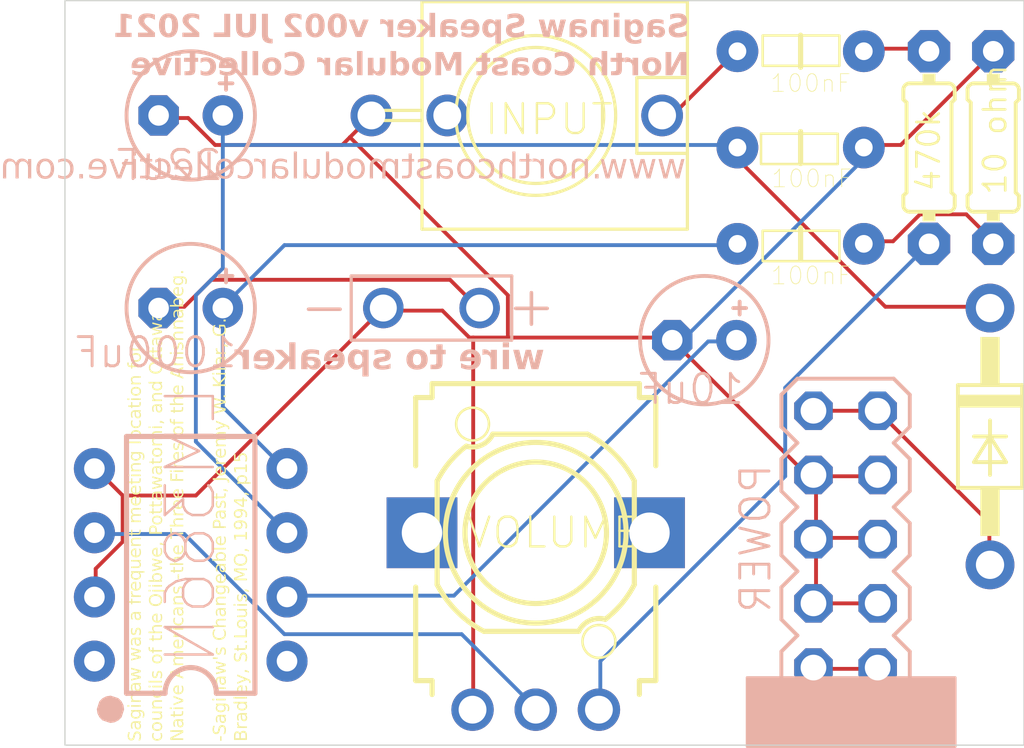
<source format=kicad_pcb>
(kicad_pcb (version 20221018) (generator pcbnew)
  (layers (0 "F.Cu" signal) (31 "B.Cu" signal) (34 "B.Paste" user) (35 "F.Paste" user) (36 "B.SilkS" user "B.Silkscreen") (37 "F.SilkS" user "F.Silkscreen") (38 "B.Mask" user) (39 "F.Mask" user) (44 "Edge.Cuts" user))
  (net 0 "")
  (net 1 "GND")
  (net 2 "N$14")
  (net 3 "N$18")
  (net 4 "V+")
  (net 5 "N$1")
  (net 6 "N$2")
  (net 7 "N$3")
  (net 8 "N$4")
  (net 9 "N$5")
  (net 10 "N$6")
  (net 11 "N$7")
  (net 12 "N$8")
  (footprint "speaker v.001:SPARKFUN_CAP-PTH-5MM" (layer "F.Cu") (at 158.9811 99.6836)
    (fp_text reference "C6" hide)
    (fp_text value "100nF" (at -1.2169 1.257772 180) (layer "F.SilkS") (effects (font (size 0.7 0.7) (thickness 0.029911)) (justify left)))
    (fp_line (start 0 -0.635) (end 0 0.635) (stroke (width 0.2032)) (layer "F.SilkS"))
    (pad "1" thru_hole circle (at -2.5 0) (size 1.651 1.651) (drill 0.7) (layers "*.Cu" "*.Mask") (net 10 "N$6"))
    (pad "2" thru_hole circle (at 2.5 0) (size 1.651 1.651) (drill 0.7) (layers "*.Cu" "*.Mask") (net 11 "N$7"))
  )
  (footprint "speaker v.001:DO41-10" (layer "F.Cu") (at 166.4741 107.3036 -90)
    (fp_text reference "D1" hide)
    (fp_text value "")
    (fp_line (start -2.032 -1.27) (end -2.032 1.27) (stroke (width 0.1524)) (layer "F.SilkS"))
    (fp_line (start -2.032 -1.27) (end 2.032 -1.27) (stroke (width 0.1524)) (layer "F.SilkS"))
    (fp_line (start -0.635 0) (end 0 0) (stroke (width 0.1524)) (layer "F.SilkS"))
    (fp_line (start 0 -0.635) (end 0 0) (stroke (width 0.1524)) (layer "F.SilkS"))
    (fp_line (start 0 0) (end 0 0.635) (stroke (width 0.1524)) (layer "F.SilkS"))
    (fp_line (start 0 0) (end 1.016 -0.635) (stroke (width 0.1524)) (layer "F.SilkS"))
    (fp_line (start 0 0) (end 1.524 0) (stroke (width 0.1524)) (layer "F.SilkS"))
    (fp_line (start 1.016 -0.635) (end 1.016 0.635) (stroke (width 0.1524)) (layer "F.SilkS"))
    (fp_line (start 1.016 0.635) (end 0 0) (stroke (width 0.1524)) (layer "F.SilkS"))
    (fp_line (start 2.032 1.27) (end -2.032 1.27) (stroke (width 0.1524)) (layer "F.SilkS"))
    (fp_line (start 2.032 1.27) (end 2.032 -1.27) (stroke (width 0.1524)) (layer "F.SilkS"))
    (fp_poly (pts (xy -3.937 0.381) (xy -2.032 0.381) (xy -2.032 -0.381) (xy -3.937 -0.381)) (fill solid) (layer "F.SilkS"))
    (fp_poly (pts (xy -1.651 1.27) (xy -1.143 1.27) (xy -1.143 -1.27) (xy -1.651 -1.27)) (fill solid) (layer "F.SilkS"))
    (fp_poly (pts (xy 2.032 0.381) (xy 3.937 0.381) (xy 3.937 -0.381) (xy 2.032 -0.381)) (fill solid) (layer "F.SilkS"))
    (pad "A" thru_hole circle (at 5.08 0 270) (size 1.9304 1.9304) (drill 1.1176) (layers "*.Cu" "*.Mask") (net 2 "N$14"))
    (pad "C" thru_hole circle (at -5.08 0 270) (size 1.9304 1.9304) (drill 1.1176) (layers "*.Cu" "*.Mask") (net 4 "V+"))
  )
  (footprint "speaker v.001:SPARKFUN_CAP-PTH-5MM" (layer "F.Cu") (at 158.9811 95.8736)
    (fp_text reference "C5" hide)
    (fp_text value "100nF" (at -1.194704 1.227882 180) (layer "F.SilkS") (effects (font (size 0.7 0.7) (thickness 0.029911)) (justify left)))
    (fp_line (start 0 -0.635) (end 0 0.635) (stroke (width 0.2032)) (layer "F.SilkS"))
    (pad "1" thru_hole circle (at -2.5 0) (size 1.651 1.651) (drill 0.7) (layers "*.Cu" "*.Mask") (net 4 "V+"))
    (pad "2" thru_hole circle (at 2.5 0) (size 1.651 1.651) (drill 0.7) (layers "*.Cu" "*.Mask") (net 1 "GND"))
  )
  (footprint "speaker v.001:0204_7" (layer "F.Cu") (at 164.0611 95.8736 90)
    (fp_text reference "R2" hide)
    (fp_text value "470k" (at -1.800341 -0.019801 90) (layer "F.SilkS") (effects (font (size 0.885993 0.885993) (thickness 0.104607)) (justify left)))
    (fp_line (start -2.54 0.762) (end -2.54 -0.762) (stroke (width 0.1524)) (layer "F.SilkS"))
    (fp_line (start -2.286 -1.016) (end -1.905 -1.016) (stroke (width 0.1524)) (layer "F.SilkS"))
    (fp_line (start -2.286 1.016) (end -1.905 1.016) (stroke (width 0.1524)) (layer "F.SilkS"))
    (fp_line (start -1.778 -0.889) (end -1.905 -1.016) (stroke (width 0.1524)) (layer "F.SilkS"))
    (fp_line (start -1.778 0.889) (end -1.905 1.016) (stroke (width 0.1524)) (layer "F.SilkS"))
    (fp_line (start 1.778 -0.889) (end -1.778 -0.889) (stroke (width 0.1524)) (layer "F.SilkS"))
    (fp_line (start 1.778 -0.889) (end 1.905 -1.016) (stroke (width 0.1524)) (layer "F.SilkS"))
    (fp_line (start 1.778 0.889) (end -1.778 0.889) (stroke (width 0.1524)) (layer "F.SilkS"))
    (fp_line (start 1.778 0.889) (end 1.905 1.016) (stroke (width 0.1524)) (layer "F.SilkS"))
    (fp_line (start 2.286 -1.016) (end 1.905 -1.016) (stroke (width 0.1524)) (layer "F.SilkS"))
    (fp_line (start 2.286 1.016) (end 1.905 1.016) (stroke (width 0.1524)) (layer "F.SilkS"))
    (fp_line (start 2.54 0.762) (end 2.54 -0.762) (stroke (width 0.1524)) (layer "F.SilkS"))
    (fp_arc (start -2.54 -0.762) (mid -2.465605 -0.941605) (end -2.286 -1.016) (stroke (width 0.1524)) (layer "F.SilkS"))
    (fp_arc (start -2.286 1.016) (mid -2.465605 0.941605) (end -2.54 0.762) (stroke (width 0.1524)) (layer "F.SilkS"))
    (fp_arc (start 2.286 -1.016) (mid 2.465605 -0.941605) (end 2.54 -0.762) (stroke (width 0.1524)) (layer "F.SilkS"))
    (fp_arc (start 2.54 0.762) (mid 2.465605 0.941605) (end 2.286 1.016) (stroke (width 0.1524)) (layer "F.SilkS"))
    (fp_poly (pts (xy -2.921 0.254) (xy -2.54 0.254) (xy -2.54 -0.254) (xy -2.921 -0.254)) (fill solid) (layer "F.SilkS"))
    (fp_poly (pts (xy 2.54 0.254) (xy 2.921 0.254) (xy 2.921 -0.254) (xy 2.54 -0.254)) (fill solid) (layer "F.SilkS"))
    (pad "1" thru_hole roundrect (at -3.81 0 90) (size 1.6764 1.6764) (drill 0.8128) (layers "*.Cu" "*.Mask") (chamfer_ratio 0.2928932188) (chamfer top_left top_right bottom_left bottom_right) (net 5 "N$1"))
    (pad "2" thru_hole roundrect (at 3.81 0 90) (size 1.6764 1.6764) (drill 0.8128) (layers "*.Cu" "*.Mask") (chamfer_ratio 0.2928932188) (chamfer top_left top_right bottom_left bottom_right) (net 7 "N$3"))
  )
  (footprint "speaker v.001:0204_7" (layer "F.Cu") (at 166.6011 95.8736 90)
    (fp_text reference "R1" hide)
    (fp_text value "10 ohm" (at -1.935195 0.069858 90) (layer "F.SilkS") (effects (font (size 0.885993 0.885993) (thickness 0.104607)) (justify left)))
    (fp_line (start -2.54 0.762) (end -2.54 -0.762) (stroke (width 0.1524)) (layer "F.SilkS"))
    (fp_line (start -2.286 -1.016) (end -1.905 -1.016) (stroke (width 0.1524)) (layer "F.SilkS"))
    (fp_line (start -2.286 1.016) (end -1.905 1.016) (stroke (width 0.1524)) (layer "F.SilkS"))
    (fp_line (start -1.778 -0.889) (end -1.905 -1.016) (stroke (width 0.1524)) (layer "F.SilkS"))
    (fp_line (start -1.778 0.889) (end -1.905 1.016) (stroke (width 0.1524)) (layer "F.SilkS"))
    (fp_line (start 1.778 -0.889) (end -1.778 -0.889) (stroke (width 0.1524)) (layer "F.SilkS"))
    (fp_line (start 1.778 -0.889) (end 1.905 -1.016) (stroke (width 0.1524)) (layer "F.SilkS"))
    (fp_line (start 1.778 0.889) (end -1.778 0.889) (stroke (width 0.1524)) (layer "F.SilkS"))
    (fp_line (start 1.778 0.889) (end 1.905 1.016) (stroke (width 0.1524)) (layer "F.SilkS"))
    (fp_line (start 2.286 -1.016) (end 1.905 -1.016) (stroke (width 0.1524)) (layer "F.SilkS"))
    (fp_line (start 2.286 1.016) (end 1.905 1.016) (stroke (width 0.1524)) (layer "F.SilkS"))
    (fp_line (start 2.54 0.762) (end 2.54 -0.762) (stroke (width 0.1524)) (layer "F.SilkS"))
    (fp_arc (start -2.54 -0.762) (mid -2.465605 -0.941605) (end -2.286 -1.016) (stroke (width 0.1524)) (layer "F.SilkS"))
    (fp_arc (start -2.286 1.016) (mid -2.465605 0.941605) (end -2.54 0.762) (stroke (width 0.1524)) (layer "F.SilkS"))
    (fp_arc (start 2.286 -1.016) (mid 2.465605 -0.941605) (end 2.54 -0.762) (stroke (width 0.1524)) (layer "F.SilkS"))
    (fp_arc (start 2.54 0.762) (mid 2.465605 0.941605) (end 2.286 1.016) (stroke (width 0.1524)) (layer "F.SilkS"))
    (fp_poly (pts (xy -2.921 0.254) (xy -2.54 0.254) (xy -2.54 -0.254) (xy -2.921 -0.254)) (fill solid) (layer "F.SilkS"))
    (fp_poly (pts (xy 2.54 0.254) (xy 2.921 0.254) (xy 2.921 -0.254) (xy 2.54 -0.254)) (fill solid) (layer "F.SilkS"))
    (pad "1" thru_hole roundrect (at -3.81 0 90) (size 1.6764 1.6764) (drill 0.8128) (layers "*.Cu" "*.Mask") (chamfer_ratio 0.2928932188) (chamfer top_left top_right bottom_left bottom_right) (net 11 "N$7"))
    (pad "2" thru_hole roundrect (at 3.81 0 90) (size 1.6764 1.6764) (drill 0.8128) (layers "*.Cu" "*.Mask") (chamfer_ratio 0.2928932188) (chamfer top_left top_right bottom_left bottom_right) (net 1 "GND"))
  )
  (footprint "speaker v.001:WQP-PJ301M-12_JACK" (layer "F.Cu") (at 148.5011 94.6036 -90)
    (fp_text reference "INPUT" (at 0.154015 2.08684) (layer "F.SilkS") (effects (font (size 1.176528 1.176528) (thickness 0.093472)) (justify left)))
    (fp_text value "WQP-PJ301M-12_JACK" hide)
    (fp_line (start -4.5 -6) (end -4.5 4.5) (stroke (width 0.127)) (layer "F.SilkS"))
    (fp_line (start -4.5 -6) (end -1.5 -6) (stroke (width 0.127)) (layer "F.SilkS"))
    (fp_line (start -4.5 4.5) (end 0.2 4.5) (stroke (width 0.127)) (layer "F.SilkS"))
    (fp_line (start -1.5 -6) (end -1.5 -4) (stroke (width 0.127)) (layer "F.SilkS"))
    (fp_line (start -1.5 -6) (end 1.5 -6) (stroke (width 0.127)) (layer "F.SilkS"))
    (fp_line (start -1.5 -4) (end 1.5 -4) (stroke (width 0.127)) (layer "F.SilkS"))
    (fp_line (start -0.2 4.6) (end -0.2 6.7) (stroke (width 0.127)) (layer "F.SilkS"))
    (fp_line (start -0.2 6.7) (end 0.2 6.7) (stroke (width 0.127)) (layer "F.SilkS"))
    (fp_line (start 0.2 4.5) (end 4.5 4.5) (stroke (width 0.127)) (layer "F.SilkS"))
    (fp_line (start 0.2 6.7) (end 0.2 4.5) (stroke (width 0.127)) (layer "F.SilkS"))
    (fp_line (start 1.5 -6) (end 4.5 -6) (stroke (width 0.127)) (layer "F.SilkS"))
    (fp_line (start 1.5 -4) (end 1.5 -6) (stroke (width 0.127)) (layer "F.SilkS"))
    (fp_line (start 4.5 4.5) (end 4.5 -6) (stroke (width 0.127)) (layer "F.SilkS"))
    (fp_circle (center 0 0) (end 2.690721 0) (stroke (width 0.127)) (fill none) (layer "F.SilkS"))
    (fp_circle (center 0 0) (end 3.162275 0) (stroke (width 0.127)) (fill none) (layer "F.SilkS"))
    (pad "P$1" thru_hole circle (at 0 -5 270) (size 1.65 1.65) (drill 1.1) (layers "*.Cu" "*.Mask") (net 6 "N$2"))
    (pad "P$2" thru_hole circle (at 0 3.5 270) (size 1.65 1.65) (drill 1.1) (layers "*.Cu" "*.Mask"))
    (pad "P$3" thru_hole circle (at 0 6.5 270) (size 1.65 1.65) (drill 1.1) (layers "*.Cu" "*.Mask") (net 1 "GND"))
  )
  (footprint "speaker v.001:SPARKFUN_CAP-PTH-5MM" (layer "F.Cu") (at 158.9811 92.0636)
    (fp_text reference "C7" hide)
    (fp_text value "100nF" (at -1.239096 1.26458 180) (layer "F.SilkS") (effects (font (size 0.7 0.7) (thickness 0.029911)) (justify left)))
    (fp_line (start 0 -0.635) (end 0 0.635) (stroke (width 0.2032)) (layer "F.SilkS"))
    (pad "1" thru_hole circle (at -2.5 0) (size 1.651 1.651) (drill 0.7) (layers "*.Cu" "*.Mask") (net 6 "N$2"))
    (pad "2" thru_hole circle (at 2.5 0) (size 1.651 1.651) (drill 0.7) (layers "*.Cu" "*.Mask") (net 7 "N$3"))
  )
  (footprint "speaker v.001:EVUFXL" (layer "F.Cu") (at 148.5011 111.1136)
    (fp_text reference "VOLUME" (at -2.8 0) (layer "F.SilkS") (effects (font (size 1.176528 1.176528) (thickness 0.093472)) (justify left)))
    (fp_text value "b10k")
    (fp_line (start -4.75 -2.65) (end -4.75 -5.35) (stroke (width 0.2032)) (layer "F.SilkS"))
    (fp_line (start -4.75 5.85) (end -4.75 2.15) (stroke (width 0.2032)) (layer "F.SilkS"))
    (fp_line (start -4.75 5.85) (end -4.1 5.85) (stroke (width 0.2032)) (layer "F.SilkS"))
    (fp_line (start -4.1 -5.9) (end -4.1 -5.35) (stroke (width 0.2032)) (layer "F.SilkS"))
    (fp_line (start -4.1 -5.9) (end 4.1 -5.9) (stroke (width 0.2032)) (layer "F.SilkS"))
    (fp_line (start -4.1 -5.35) (end -4.75 -5.35) (stroke (width 0.2032)) (layer "F.SilkS"))
    (fp_line (start -4.1 5.85) (end -4.1 6.4) (stroke (width 0.2032)) (layer "F.SilkS"))
    (fp_line (start -3.9 -2.05) (end -3.9 2.05) (stroke (width 0.2032)) (layer "F.SilkS"))
    (fp_line (start -1.7 -3.9) (end 2.05 -3.9) (stroke (width 0.2032)) (layer "F.SilkS"))
    (fp_line (start 1.7 3.9) (end -2.05 3.9) (stroke (width 0.2032)) (layer "F.SilkS"))
    (fp_line (start 3.9 2.05) (end 3.9 -2.05) (stroke (width 0.2032)) (layer "F.SilkS"))
    (fp_line (start 4.1 -5.35) (end 4.1 -5.9) (stroke (width 0.2032)) (layer "F.SilkS"))
    (fp_line (start 4.1 5.85) (end 4.75 5.85) (stroke (width 0.2032)) (layer "F.SilkS"))
    (fp_line (start 4.1 6.4) (end 4.1 5.85) (stroke (width 0.2032)) (layer "F.SilkS"))
    (fp_line (start 4.75 -5.35) (end 4.1 -5.35) (stroke (width 0.2032)) (layer "F.SilkS"))
    (fp_line (start 4.75 -5.35) (end 4.75 -2.65) (stroke (width 0.2032)) (layer "F.SilkS"))
    (fp_line (start 4.75 2.15) (end 4.75 5.85) (stroke (width 0.2032)) (layer "F.SilkS"))
    (fp_arc (start -3.9 -2.05) (mid -3.402413 -2.802246) (end -2.75 -3.425) (stroke (width 0.2032)) (layer "F.SilkS"))
    (fp_arc (start -2.05 3.9) (mid -3.115486 3.115486) (end -3.9 2.05) (stroke (width 0.2032)) (layer "F.SilkS"))
    (fp_arc (start -1.700001 -3.899999) (mid -2.138487 -3.471258) (end -2.75 -3.425) (stroke (width 0.2032)) (layer "F.SilkS"))
    (fp_arc (start 1.700001 3.899999) (mid 2.138487 3.471258) (end 2.75 3.425) (stroke (width 0.2032)) (layer "F.SilkS"))
    (fp_arc (start 2.05 -3.9) (mid 3.115486 -3.115486) (end 3.9 -2.05) (stroke (width 0.2032)) (layer "F.SilkS"))
    (fp_arc (start 3.9 2.05) (mid 3.402413 2.802246) (end 2.75 3.425) (stroke (width 0.2032)) (layer "F.SilkS"))
    (fp_circle (center -2.5 -4.3) (end -1.85 -4.3) (stroke (width 0.1016)) (fill none) (layer "F.SilkS"))
    (fp_circle (center 0 0) (end 2.8 0) (stroke (width 0.2032)) (fill none) (layer "F.SilkS"))
    (fp_circle (center 0 0) (end 3.575 0) (stroke (width 0.2032)) (fill none) (layer "F.SilkS"))
    (fp_circle (center 2.5 4.3) (end 3.15 4.3) (stroke (width 0.1016)) (fill none) (layer "F.SilkS"))
    (pad "1" thru_hole circle (at -2.5 7 270) (size 1.6764 1.6764) (drill 1.1) (layers "*.Cu" "*.Mask") (net 1 "GND"))
    (pad "2" thru_hole circle (at 0 7 270) (size 1.6764 1.6764) (drill 1.1) (layers "*.Cu" "*.Mask") (net 8 "N$4"))
    (pad "3" thru_hole circle (at 2.5 7 270) (size 1.6764 1.6764) (drill 1.1) (layers "*.Cu" "*.Mask") (net 5 "N$1"))
    (pad "M1" thru_hole rect (at 4.5 0 270) (size 2.8 2.8) (drill 1.6) (layers "*.Cu" "*.Mask"))
    (pad "M2" thru_hole rect (at -4.5 0 270) (size 2.8 2.8) (drill 1.6) (layers "*.Cu" "*.Mask"))
  )
  (footprint "speaker v.001:MA05-2" (layer "B.Cu") (at 160.7591 111.3676 90)
    (fp_text reference "POWER" (at 3.046697 -3.560682 90) (layer "B.SilkS") (effects (font (size 1.1557 1.1557) (thickness 0.1143)) (justify left mirror)))
    (fp_text value "")
    (fp_line (start -6.35 -1.905) (end -5.715 -2.54) (stroke (width 0.1524)) (layer "B.SilkS"))
    (fp_line (start -6.35 1.905) (end -6.35 -1.905) (stroke (width 0.1524)) (layer "B.SilkS"))
    (fp_line (start -5.715 2.54) (end -6.35 1.905) (stroke (width 0.1524)) (layer "B.SilkS"))
    (fp_line (start -5.715 2.54) (end -4.445 2.54) (stroke (width 0.1524)) (layer "B.SilkS"))
    (fp_line (start -4.445 -2.54) (end -5.715 -2.54) (stroke (width 0.1524)) (layer "B.SilkS"))
    (fp_line (start -4.445 2.54) (end -3.81 1.905) (stroke (width 0.1524)) (layer "B.SilkS"))
    (fp_line (start -3.81 -1.905) (end -4.445 -2.54) (stroke (width 0.1524)) (layer "B.SilkS"))
    (fp_line (start -3.81 1.905) (end -3.175 2.54) (stroke (width 0.1524)) (layer "B.SilkS"))
    (fp_line (start -3.175 -2.54) (end -3.81 -1.905) (stroke (width 0.1524)) (layer "B.SilkS"))
    (fp_line (start -3.175 2.54) (end -1.905 2.54) (stroke (width 0.1524)) (layer "B.SilkS"))
    (fp_line (start -1.905 -2.54) (end -3.175 -2.54) (stroke (width 0.1524)) (layer "B.SilkS"))
    (fp_line (start -1.905 2.54) (end -1.27 1.905) (stroke (width 0.1524)) (layer "B.SilkS"))
    (fp_line (start -1.27 -1.905) (end -1.905 -2.54) (stroke (width 0.1524)) (layer "B.SilkS"))
    (fp_line (start -1.27 1.905) (end -0.635 2.54) (stroke (width 0.1524)) (layer "B.SilkS"))
    (fp_line (start -0.635 -2.54) (end -1.27 -1.905) (stroke (width 0.1524)) (layer "B.SilkS"))
    (fp_line (start -0.635 2.54) (end 0.635 2.54) (stroke (width 0.1524)) (layer "B.SilkS"))
    (fp_line (start 0.635 -2.54) (end -0.635 -2.54) (stroke (width 0.1524)) (layer "B.SilkS"))
    (fp_line (start 0.635 2.54) (end 1.27 1.905) (stroke (width 0.1524)) (layer "B.SilkS"))
    (fp_line (start 1.27 -1.905) (end 0.635 -2.54) (stroke (width 0.1524)) (layer "B.SilkS"))
    (fp_line (start 1.27 -1.905) (end 1.905 -2.54) (stroke (width 0.1524)) (layer "B.SilkS"))
    (fp_line (start 1.905 2.54) (end 1.27 1.905) (stroke (width 0.1524)) (layer "B.SilkS"))
    (fp_line (start 1.905 2.54) (end 3.175 2.54) (stroke (width 0.1524)) (layer "B.SilkS"))
    (fp_line (start 3.175 -2.54) (end 1.905 -2.54) (stroke (width 0.1524)) (layer "B.SilkS"))
    (fp_line (start 3.175 2.54) (end 3.81 1.905) (stroke (width 0.1524)) (layer "B.SilkS"))
    (fp_line (start 3.81 -1.905) (end 3.175 -2.54) (stroke (width 0.1524)) (layer "B.SilkS"))
    (fp_line (start 3.81 1.905) (end 4.445 2.54) (stroke (width 0.1524)) (layer "B.SilkS"))
    (fp_line (start 4.445 -2.54) (end 3.81 -1.905) (stroke (width 0.1524)) (layer "B.SilkS"))
    (fp_line (start 4.445 2.54) (end 5.715 2.54) (stroke (width 0.1524)) (layer "B.SilkS"))
    (fp_line (start 5.715 -2.54) (end 4.445 -2.54) (stroke (width 0.1524)) (layer "B.SilkS"))
    (fp_line (start 5.715 2.54) (end 6.35 1.905) (stroke (width 0.1524)) (layer "B.SilkS"))
    (fp_line (start 6.35 -1.905) (end 5.715 -2.54) (stroke (width 0.1524)) (layer "B.SilkS"))
    (fp_line (start 6.35 1.905) (end 6.35 -1.905) (stroke (width 0.1524)) (layer "B.SilkS"))
    (pad "1" thru_hole roundrect (at -5.08 -1.27 90) (size 1.524 1.524) (drill 1.016) (layers "*.Cu" "*.Mask") (chamfer_ratio 0.2928932188) (chamfer top_left top_right bottom_left bottom_right) (net 3 "N$18"))
    (pad "2" thru_hole roundrect (at -5.08 1.27 90) (size 1.524 1.524) (drill 1.016) (layers "*.Cu" "*.Mask") (chamfer_ratio 0.2928932188) (chamfer top_left top_right bottom_left bottom_right) (net 3 "N$18"))
    (pad "3" thru_hole roundrect (at -2.54 -1.27 90) (size 1.524 1.524) (drill 1.016) (layers "*.Cu" "*.Mask") (chamfer_ratio 0.2928932188) (chamfer top_left top_right bottom_left bottom_right) (net 1 "GND"))
    (pad "4" thru_hole roundrect (at -2.54 1.27 90) (size 1.524 1.524) (drill 1.016) (layers "*.Cu" "*.Mask") (chamfer_ratio 0.2928932188) (chamfer top_left top_right bottom_left bottom_right) (net 1 "GND"))
    (pad "5" thru_hole roundrect (at 0 -1.27 90) (size 1.524 1.524) (drill 1.016) (layers "*.Cu" "*.Mask") (chamfer_ratio 0.2928932188) (chamfer top_left top_right bottom_left bottom_right) (net 1 "GND"))
    (pad "6" thru_hole roundrect (at 0 1.27 90) (size 1.524 1.524) (drill 1.016) (layers "*.Cu" "*.Mask") (chamfer_ratio 0.2928932188) (chamfer top_left top_right bottom_left bottom_right) (net 1 "GND"))
    (pad "7" thru_hole roundrect (at 2.54 -1.27 90) (size 1.524 1.524) (drill 1.016) (layers "*.Cu" "*.Mask") (chamfer_ratio 0.2928932188) (chamfer top_left top_right bottom_left bottom_right) (net 1 "GND"))
    (pad "8" thru_hole roundrect (at 2.54 1.27 90) (size 1.524 1.524) (drill 1.016) (layers "*.Cu" "*.Mask") (chamfer_ratio 0.2928932188) (chamfer top_left top_right bottom_left bottom_right) (net 1 "GND"))
    (pad "9" thru_hole roundrect (at 5.08 -1.27 90) (size 1.524 1.524) (drill 1.016) (layers "*.Cu" "*.Mask") (chamfer_ratio 0.2928932188) (chamfer top_left top_right bottom_left bottom_right) (net 2 "N$14"))
    (pad "10" thru_hole roundrect (at 5.08 1.27 90) (size 1.524 1.524) (drill 1.016) (layers "*.Cu" "*.Mask") (chamfer_ratio 0.2928932188) (chamfer top_left top_right bottom_left bottom_right) (net 2 "N$14"))
  )
  (footprint "speaker v.001:1X02_BIG" (layer "B.Cu") (at 146.2811 102.2236 180)
    (fp_text reference "SPEAKER0" hide)
    (fp_text value "" hide)
    (fp_line (start -1.27 -1.27) (end 5.08 -1.27) (stroke (width 0.127)) (layer "B.SilkS"))
    (fp_line (start -1.27 1.27) (end -1.27 -1.27) (stroke (width 0.127)) (layer "B.SilkS"))
    (fp_line (start 5.08 -1.27) (end 5.08 1.27) (stroke (width 0.127)) (layer "B.SilkS"))
    (fp_line (start 5.08 1.27) (end -1.27 1.27) (stroke (width 0.127)) (layer "B.SilkS"))
    (pad "P$1" thru_hole circle (at 0 0 180) (size 1.6002 1.6002) (drill 1.0668) (layers "*.Cu" "*.Mask") (net 12 "N$8"))
    (pad "P$2" thru_hole circle (at 3.81 0 180) (size 1.6002 1.6002) (drill 1.0668) (layers "*.Cu" "*.Mask") (net 1 "GND"))
  )
  (footprint "speaker v.001:E2,5-5" (layer "B.Cu") (at 134.8511 94.6036 180)
    (fp_text reference "C2" hide)
    (fp_text value "22uF" (at -1.316061 -1.969008) (layer "B.SilkS") (effects (font (size 1.1557 1.1557) (thickness 0.1143)) (justify left mirror)))
    (fp_line (start -1.651 1.27) (end -1.397 1.27) (stroke (width 0.1524)) (layer "B.SilkS"))
    (fp_line (start -1.397 1.016) (end -1.397 1.27) (stroke (width 0.1524)) (layer "B.SilkS"))
    (fp_line (start -1.397 1.27) (end -1.397 1.524) (stroke (width 0.1524)) (layer "B.SilkS"))
    (fp_line (start -1.397 1.27) (end -1.143 1.27) (stroke (width 0.1524)) (layer "B.SilkS"))
    (fp_circle (center 0 0) (end 2.54 0) (stroke (width 0.1524)) (fill none) (layer "B.SilkS"))
    (pad "+" thru_hole circle (at -1.27 0 180) (size 1.6002 1.6002) (drill 0.8128) (layers "*.Cu" "*.Mask") (net 4 "V+"))
    (pad "-" thru_hole roundrect (at 1.27 0 180) (size 1.6002 1.6002) (drill 0.8128) (layers "*.Cu" "*.Mask") (chamfer_ratio 0.2928932188) (chamfer top_left top_right bottom_left bottom_right) (net 1 "GND"))
  )
  (footprint "speaker v.001:DIP08" (layer "B.Cu") (at 134.8511 112.3836 90)
    (fp_text reference "U1" hide)
    (fp_text value "LM386N" (at -4.064 0 90) (layer "B.SilkS") (effects (font (size 1.9 1.9) (thickness 0.097536)) (justify right mirror)))
    (fp_line (start -5.08 -2.54) (end -5.08 -1.016) (stroke (width 0.2032)) (layer "B.SilkS"))
    (fp_line (start -5.08 -2.54) (end 5.08 -2.54) (stroke (width 0.2032)) (layer "B.SilkS"))
    (fp_line (start -5.08 2.54) (end -5.08 1.016) (stroke (width 0.2032)) (layer "B.SilkS"))
    (fp_line (start 5.08 2.54) (end -5.08 2.54) (stroke (width 0.2032)) (layer "B.SilkS"))
    (fp_line (start 5.08 2.54) (end 5.08 -2.54) (stroke (width 0.2032)) (layer "B.SilkS"))
    (fp_arc (start -5.08 -1.016) (mid -4.064 0) (end -5.08 1.016) (stroke (width 0.2032)) (layer "B.SilkS"))
    (fp_poly (pts (xy -5.547964 -2.660914) (xy -5.397277 -2.737693) (xy -5.274025 -2.860946) (xy -5.173647 -3.169876) (xy -5.200914 -3.342036) (xy -5.277693 -3.492723) (xy -5.400946 -3.615975) (xy -5.709876 -3.716353) (xy -5.882036 -3.689086) (xy -6.032723 -3.612307) (xy -6.155975 -3.489054) (xy -6.256353 -3.180124) (xy -6.229086 -3.007964) (xy -6.152307 -2.857277) (xy -6.029054 -2.734025) (xy -5.720124 -2.633647)) (fill solid) (layer "B.SilkS"))
    (pad "1" thru_hole circle (at -3.81 -3.81) (size 1.6256 1.6256) (drill 0.8128) (layers "*.Cu" "*.Mask"))
    (pad "2" thru_hole circle (at -1.27 -3.81) (size 1.6256 1.6256) (drill 0.8128) (layers "*.Cu" "*.Mask") (net 1 "GND"))
    (pad "3" thru_hole circle (at 1.27 -3.81) (size 1.6256 1.6256) (drill 0.8128) (layers "*.Cu" "*.Mask") (net 8 "N$4"))
    (pad "4" thru_hole circle (at 3.81 -3.81) (size 1.6256 1.6256) (drill 0.8128) (layers "*.Cu" "*.Mask") (net 1 "GND"))
    (pad "5" thru_hole circle (at 3.81 3.81) (size 1.6256 1.6256) (drill 0.8128) (layers "*.Cu" "*.Mask") (net 10 "N$6"))
    (pad "6" thru_hole circle (at 1.27 3.81) (size 1.6256 1.6256) (drill 0.8128) (layers "*.Cu" "*.Mask") (net 4 "V+"))
    (pad "7" thru_hole circle (at -1.27 3.81) (size 1.6256 1.6256) (drill 0.8128) (layers "*.Cu" "*.Mask") (net 9 "N$5"))
    (pad "8" thru_hole circle (at -3.81 3.81) (size 1.6256 1.6256) (drill 0.8128) (layers "*.Cu" "*.Mask"))
  )
  (footprint "speaker v.001:E2,5-5" (layer "B.Cu") (at 155.1711 103.4936 180)
    (fp_text reference "C3" hide)
    (fp_text value "10uF" (at -1.656904 -1.939163) (layer "B.SilkS") (effects (font (size 1.1557 1.1557) (thickness 0.1143)) (justify left mirror)))
    (fp_line (start -1.651 1.27) (end -1.397 1.27) (stroke (width 0.1524)) (layer "B.SilkS"))
    (fp_line (start -1.397 1.016) (end -1.397 1.27) (stroke (width 0.1524)) (layer "B.SilkS"))
    (fp_line (start -1.397 1.27) (end -1.397 1.524) (stroke (width 0.1524)) (layer "B.SilkS"))
    (fp_line (start -1.397 1.27) (end -1.143 1.27) (stroke (width 0.1524)) (layer "B.SilkS"))
    (fp_circle (center 0 0) (end 2.54 0) (stroke (width 0.1524)) (fill none) (layer "B.SilkS"))
    (pad "+" thru_hole circle (at -1.27 0 180) (size 1.6002 1.6002) (drill 0.8128) (layers "*.Cu" "*.Mask") (net 9 "N$5"))
    (pad "-" thru_hole roundrect (at 1.27 0 180) (size 1.6002 1.6002) (drill 0.8128) (layers "*.Cu" "*.Mask") (chamfer_ratio 0.2928932188) (chamfer top_left top_right bottom_left bottom_right) (net 1 "GND"))
  )
  (footprint "speaker v.001:E2,5-5" (layer "B.Cu") (at 134.8511 102.2236 180)
    (fp_text reference "C4" hide)
    (fp_text value "1000uF" (at -1.89767 -1.756402) (layer "B.SilkS") (effects (font (size 1.1557 1.1557) (thickness 0.1143)) (justify left mirror)))
    (fp_line (start -1.651 1.27) (end -1.397 1.27) (stroke (width 0.1524)) (layer "B.SilkS"))
    (fp_line (start -1.397 1.016) (end -1.397 1.27) (stroke (width 0.1524)) (layer "B.SilkS"))
    (fp_line (start -1.397 1.27) (end -1.397 1.524) (stroke (width 0.1524)) (layer "B.SilkS"))
    (fp_line (start -1.397 1.27) (end -1.143 1.27) (stroke (width 0.1524)) (layer "B.SilkS"))
    (fp_circle (center 0 0) (end 2.54 0) (stroke (width 0.1524)) (fill none) (layer "B.SilkS"))
    (pad "+" thru_hole circle (at -1.27 0 180) (size 1.6002 1.6002) (drill 0.8128) (layers "*.Cu" "*.Mask") (net 10 "N$6"))
    (pad "-" thru_hole roundrect (at 1.27 0 180) (size 1.6002 1.6002) (drill 0.8128) (layers "*.Cu" "*.Mask") (chamfer_ratio 0.2928932188) (chamfer top_left top_right bottom_left bottom_right) (net 12 "N$8"))
  )
  (gr_rect (start 156.86094 116.84) (end 165.1 119.577178) (stroke (width 0.1)) (fill solid) (layer "B.SilkS"))
  (gr_rect (start 157.48 91.44) (end 160.516491 92.640108) (stroke (width 0.1)) (fill none) (layer "F.SilkS"))
  (gr_rect (start 157.48 99.1657) (end 160.516491 100.365808) (stroke (width 0.1)) (fill none) (layer "F.SilkS"))
  (gr_rect (start 157.413412 95.325811) (end 160.449903 96.525919) (stroke (width 0.1)) (fill none) (layer "F.SilkS"))
  (gr_rect (start 129.875384 90.061119) (end 167.816638 119.516683) (stroke (width 0.05)) (fill none) (layer "Edge.Cuts"))
  (gr_text "wire to speaker" (at 148.852866 104.811308) (layer "B.SilkS") (effects (font (size 1 1) (thickness 0.149555) bold) (justify left bottom mirror)))
  (gr_text "+" (at 149.436397 103.067835) (layer "B.SilkS") (effects (font (size 1.63576 1.63576) (thickness 0.14224)) (justify left bottom mirror)))
  (gr_text "Saginaw Speaker v002 JUL 2021\nNorth Coast Modular Collective" (at 154.577184 90.600293) (layer "B.SilkS") (effects (font (size 0.9 0.9) (thickness 0.149555) bold) (justify left top mirror)))
  (gr_text "www.northcoastmodularcollective.com" (at 154.443901 97.264448) (layer "B.SilkS") (effects (font (size 1 1) (thickness 0.1)) (justify left bottom mirror)))
  (gr_text "-" (at 141.242833 103.101521) (layer "B.SilkS") (effects (font (size 1.63576 1.63576) (thickness 0.14224)) (justify left bottom mirror)))
  (gr_text "Saginaw was a frequent meeting location for \ncouncils of the Ojibwe, Pottawatomi, and Ottawa \nNative Americans -the Three Fires of the Anishnabeg.\n\n-Saginaw's Changeable Past, Jeremy W. Kilar, G. \nBradley, St.Louis, MO, 1994, p15" (at 137.16 119.38 90) (layer "F.SilkS") (effects (font (size 0.5 0.5) (thickness 0.1)) (justify left bottom)))
  (segment (start 131.0919 108.5736) (end 132.1587 109.6404) (width 0.1524) (layer "F.Cu") (net 1))
  (segment (start 159.5907 108.8784) (end 159.4891 108.8276) (width 0.1524) (layer "F.Cu") (net 1))
  (segment (start 146.0271 103.392) (end 145.8747 103.392) (width 0.1524) (layer "F.Cu") (net 1))
  (segment (start 131.0919 108.5736) (end 131.0411 108.5736) (width 0.1524) (layer "F.Cu") (net 1))
  (segment (start 159.5907 113.9076) (end 162.0291 113.9076) (width 0.1524) (layer "F.Cu") (net 1))
  (segment (start 159.5907 111.3168) (end 159.4891 111.3676) (width 0.1524) (layer "F.Cu") (net 1))
  (segment (start 142.4711 102.2236) (end 135.0543 109.6404) (width 0.1524) (layer "F.Cu") (net 1))
  (segment (start 146.0271 118.0224) (end 146.0011 118.1136) (width 0.1524) (layer "F.Cu") (net 1))
  (segment (start 134.7495 94.7052) (end 133.6827 94.7052) (width 0.1524) (layer "F.Cu") (net 1))
  (segment (start 131.0919 113.6028) (end 131.0411 113.6536) (width 0.1524) (layer "F.Cu") (net 1))
  (segment (start 159.5907 111.4692) (end 159.4891 111.3676) (width 0.1524) (layer "F.Cu") (net 1))
  (segment (start 135.8163 95.772) (end 134.7495 94.7052) (width 0.1524) (layer "F.Cu") (net 1))
  (segment (start 141.9123 94.7052) (end 141.1503 95.4672) (width 0.1524) (layer "F.Cu") (net 1))
  (segment (start 159.5907 111.3168) (end 162.0291 111.3168) (width 0.1524) (layer "F.Cu") (net 1))
  (segment (start 147.3987 103.392) (end 147.3987 101.7156) (width 0.1524) (layer "F.Cu") (net 1))
  (segment (start 146.0271 103.392) (end 146.0271 118.0224) (width 0.1524) (layer "F.Cu") (net 1))
  (segment (start 135.0543 109.6404) (end 132.1587 109.6404) (width 0.1524) (layer "F.Cu") (net 1))
  (segment (start 132.1587 109.6404) (end 132.1587 111.4692) (width 0.1524) (layer "F.Cu") (net 1))
  (segment (start 162.0291 108.8784) (end 162.0291 108.8276) (width 0.1524) (layer "F.Cu") (net 1))
  (segment (start 159.5907 111.3168) (end 159.5907 108.8784) (width 0.1524) (layer "F.Cu") (net 1))
  (segment (start 159.5907 113.9076) (end 159.4891 113.9076) (width 0.1524) (layer "F.Cu") (net 1))
  (segment (start 133.6827 94.7052) (end 133.5811 94.6036) (width 0.1524) (layer "F.Cu") (net 1))
  (segment (start 142.5219 102.3252) (end 142.4711 102.2236) (width 0.1524) (layer "F.Cu") (net 1))
  (segment (start 144.8079 102.3252) (end 142.5219 102.3252) (width 0.1524) (layer "F.Cu") (net 1))
  (segment (start 132.1587 111.4692) (end 131.0919 112.536) (width 0.1524) (layer "F.Cu") (net 1))
  (segment (start 161.5719 95.772) (end 161.4811 95.8736) (width 0.1524) (layer "F.Cu") (net 1))
  (segment (start 162.9435 95.772) (end 161.5719 95.772) (width 0.1524) (layer "F.Cu") (net 1))
  (segment (start 159.5907 111.4692) (end 159.5907 113.9076) (width 0.1524) (layer "F.Cu") (net 1))
  (segment (start 162.0291 108.8784) (end 159.5907 108.8784) (width 0.1524) (layer "F.Cu") (net 1))
  (segment (start 147.3987 101.7156) (end 141.1503 95.4672) (width 0.1524) (layer "F.Cu") (net 1))
  (segment (start 153.7995 103.392) (end 147.3987 103.392) (width 0.1524) (layer "F.Cu") (net 1))
  (segment (start 145.8747 103.392) (end 144.8079 102.3252) (width 0.1524) (layer "F.Cu") (net 1))
  (segment (start 159.1335 108.726) (end 159.4383 108.726) (width 0.1524) (layer "F.Cu") (net 1))
  (segment (start 159.4383 108.726) (end 159.4891 108.8276) (width 0.1524) (layer "F.Cu") (net 1))
  (segment (start 162.0291 111.3168) (end 162.0291 111.3676) (width 0.1524) (layer "F.Cu") (net 1))
  (segment (start 153.7995 103.392) (end 153.9011 103.4936) (width 0.1524) (layer "F.Cu") (net 1))
  (segment (start 153.9011 103.4936) (end 159.1335 108.726) (width 0.1524) (layer "F.Cu") (net 1))
  (segment (start 140.8455 95.772) (end 135.8163 95.772) (width 0.1524) (layer "F.Cu") (net 1))
  (segment (start 141.1503 95.4672) (end 140.8455 95.772) (width 0.1524) (layer "F.Cu") (net 1))
  (segment (start 131.0919 112.536) (end 131.0919 113.6028) (width 0.1524) (layer "F.Cu") (net 1))
  (segment (start 147.3987 103.392) (end 146.0271 103.392) (width 0.1524) (layer "F.Cu") (net 1))
  (segment (start 166.6011 92.1144) (end 166.6011 92.0636) (width 0.1524) (layer "F.Cu") (net 1))
  (segment (start 141.9123 94.7052) (end 142.0011 94.6036) (width 0.1524) (layer "F.Cu") (net 1))
  (segment (start 166.6011 92.1144) (end 162.9435 95.772) (width 0.1524) (layer "F.Cu") (net 1))
  (segment (start 153.9519 103.392) (end 153.9011 103.4936) (width 0.1524) (layer "B.Cu") (net 1))
  (segment (start 161.4195 96.3816) (end 161.4195 95.9244) (width 0.1524) (layer "B.Cu") (net 1))
  (segment (start 161.4195 95.9244) (end 161.4811 95.8736) (width 0.1524) (layer "B.Cu") (net 1))
  (segment (start 154.4091 103.392) (end 161.4195 96.3816) (width 0.1524) (layer "B.Cu") (net 1))
  (segment (start 153.9519 103.392) (end 154.4091 103.392) (width 0.1524) (layer "B.Cu") (net 1))
  (segment (start 166.4487 112.3836) (end 166.4741 112.3836) (width 0.1524) (layer "F.Cu") (net 2))
  (segment (start 162.0291 106.2876) (end 166.4487 110.7072) (width 0.1524) (layer "F.Cu") (net 2))
  (segment (start 166.4487 110.7072) (end 166.4487 112.3836) (width 0.1524) (layer "F.Cu") (net 2))
  (segment (start 162.0291 106.2876) (end 159.4891 106.2876) (width 0.1524) (layer "F.Cu") (net 2))
  (segment (start 162.0291 116.4984) (end 159.5907 116.4984) (width 0.1524) (layer "F.Cu") (net 3))
  (segment (start 162.0291 116.4984) (end 162.0291 116.4476) (width 0.1524) (layer "F.Cu") (net 3))
  (segment (start 159.5907 116.4984) (end 159.4891 116.4476) (width 0.1524) (layer "F.Cu") (net 3))
  (segment (start 156.5427 96.3816) (end 156.5427 95.9244) (width 0.1524) (layer "F.Cu") (net 4))
  (segment (start 162.3339 102.1728) (end 156.5427 96.3816) (width 0.1524) (layer "F.Cu") (net 4))
  (segment (start 166.4487 102.1728) (end 162.3339 102.1728) (width 0.1524) (layer "F.Cu") (net 4))
  (segment (start 156.5427 95.9244) (end 156.4811 95.8736) (width 0.1524) (layer "F.Cu") (net 4))
  (segment (start 166.4487 102.1728) (end 166.4741 102.2236) (width 0.1524) (layer "F.Cu") (net 4))
  (segment (start 136.1211 95.772) (end 136.1211 94.6036) (width 0.1524) (layer "B.Cu") (net 4))
  (segment (start 156.3903 95.772) (end 156.4811 95.8736) (width 0.1524) (layer "B.Cu") (net 4))
  (segment (start 136.1211 100.6488) (end 136.1211 95.772) (width 0.1524) (layer "B.Cu") (net 4))
  (segment (start 135.0543 101.7156) (end 136.1211 100.6488) (width 0.1524) (layer "B.Cu") (net 4))
  (segment (start 135.0543 107.5068) (end 135.0543 101.7156) (width 0.1524) (layer "B.Cu") (net 4))
  (segment (start 136.1211 95.772) (end 156.3903 95.772) (width 0.1524) (layer "B.Cu") (net 4))
  (segment (start 138.6611 111.1136) (end 135.0543 107.5068) (width 0.1524) (layer "B.Cu") (net 4))
  (segment (start 158.3715 108.8784) (end 151.0563 116.1936) (width 0.1524) (layer "B.Cu") (net 5))
  (segment (start 164.0611 99.6836) (end 158.3715 105.3732) (width 0.1524) (layer "B.Cu") (net 5))
  (segment (start 151.0563 118.0224) (end 151.0011 118.1136) (width 0.1524) (layer "B.Cu") (net 5))
  (segment (start 158.3715 105.3732) (end 158.3715 108.8784) (width 0.1524) (layer "B.Cu") (net 5))
  (segment (start 151.0563 116.1936) (end 151.0563 118.0224) (width 0.1524) (layer "B.Cu") (net 5))
  (segment (start 153.6471 94.5528) (end 153.5011 94.6036) (width 0.1524) (layer "F.Cu") (net 6))
  (segment (start 156.3903 92.1144) (end 156.4811 92.0636) (width 0.1524) (layer "F.Cu") (net 6))
  (segment (start 156.3903 92.1144) (end 153.9519 94.5528) (width 0.1524) (layer "F.Cu") (net 6))
  (segment (start 153.9519 94.5528) (end 153.6471 94.5528) (width 0.1524) (layer "F.Cu") (net 6))
  (segment (start 161.5719 91.962) (end 161.4811 92.0636) (width 0.1524) (layer "F.Cu") (net 7))
  (segment (start 164.0103 91.962) (end 161.5719 91.962) (width 0.1524) (layer "F.Cu") (net 7))
  (segment (start 164.0103 91.962) (end 164.0611 92.0636) (width 0.1524) (layer "F.Cu") (net 7))
  (segment (start 148.4655 118.0224) (end 145.5699 115.1268) (width 0.1524) (layer "B.Cu") (net 8))
  (segment (start 148.4655 118.0224) (end 148.5011 118.1136) (width 0.1524) (layer "B.Cu") (net 8))
  (segment (start 145.5699 115.1268) (end 138.5595 115.1268) (width 0.1524) (layer "B.Cu") (net 8))
  (segment (start 134.5971 111.1644) (end 131.0919 111.1644) (width 0.1524) (layer "B.Cu") (net 8))
  (segment (start 131.0919 111.1644) (end 131.0411 111.1136) (width 0.1524) (layer "B.Cu") (net 8))
  (segment (start 138.5595 115.1268) (end 134.5971 111.1644) (width 0.1524) (layer "B.Cu") (net 8))
  (segment (start 138.7119 113.6028) (end 138.6611 113.6536) (width 0.1524) (layer "B.Cu") (net 9))
  (segment (start 156.3903 103.5444) (end 156.4411 103.4936) (width 0.1524) (layer "B.Cu") (net 9))
  (segment (start 138.7119 113.6028) (end 145.2651 113.6028) (width 0.1524) (layer "B.Cu") (net 9))
  (segment (start 145.2651 113.6028) (end 155.3235 103.5444) (width 0.1524) (layer "B.Cu") (net 9))
  (segment (start 155.3235 103.5444) (end 156.3903 103.5444) (width 0.1524) (layer "B.Cu") (net 9))
  (segment (start 136.1211 102.1728) (end 138.5595 99.7344) (width 0.1524) (layer "B.Cu") (net 10))
  (segment (start 138.5595 99.7344) (end 156.3903 99.7344) (width 0.1524) (layer "B.Cu") (net 10))
  (segment (start 136.1211 102.1728) (end 136.1211 102.2236) (width 0.1524) (layer "B.Cu") (net 10))
  (segment (start 138.5595 108.5736) (end 136.1211 106.1352) (width 0.1524) (layer "B.Cu") (net 10))
  (segment (start 138.5595 108.5736) (end 138.6611 108.5736) (width 0.1524) (layer "B.Cu") (net 10))
  (segment (start 136.1211 106.1352) (end 136.1211 102.2236) (width 0.1524) (layer "B.Cu") (net 10))
  (segment (start 156.3903 99.7344) (end 156.4811 99.6836) (width 0.1524) (layer "B.Cu") (net 10))
  (segment (start 165.5343 98.5152) (end 163.7055 98.5152) (width 0.1524) (layer "F.Cu") (net 11))
  (segment (start 162.6387 99.582) (end 161.5719 99.582) (width 0.1524) (layer "F.Cu") (net 11))
  (segment (start 166.6011 99.582) (end 166.6011 99.6836) (width 0.1524) (layer "F.Cu") (net 11))
  (segment (start 161.5719 99.582) (end 161.4811 99.6836) (width 0.1524) (layer "F.Cu") (net 11))
  (segment (start 166.6011 99.582) (end 165.5343 98.5152) (width 0.1524) (layer "F.Cu") (net 11))
  (segment (start 163.7055 98.5152) (end 162.6387 99.582) (width 0.1524) (layer "F.Cu") (net 11))
  (segment (start 146.1795 102.1728) (end 146.2811 102.2236) (width 0.1524) (layer "F.Cu") (net 12))
  (segment (start 134.5971 102.1728) (end 133.6827 102.1728) (width 0.1524) (layer "F.Cu") (net 12))
  (segment (start 133.6827 102.1728) (end 133.5811 102.2236) (width 0.1524) (layer "F.Cu") (net 12))
  (segment (start 135.6639 101.106) (end 134.5971 102.1728) (width 0.1524) (layer "F.Cu") (net 12))
  (segment (start 145.1127 101.106) (end 135.6639 101.106) (width 0.1524) (layer "F.Cu") (net 12))
  (segment (start 146.1795 102.1728) (end 145.1127 101.106) (width 0.1524) (layer "F.Cu") (net 12))
)
</source>
